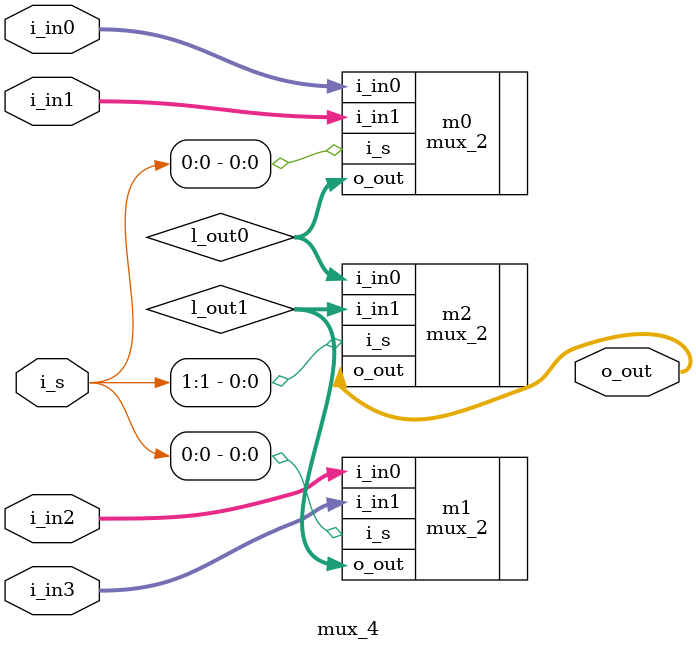
<source format=sv>
module mux_4 #(parameter N=64) ( input  logic [N-1:0] i_in0,
                                                      i_in1,
                                                      i_in2,
                                                      i_in3,
                                 input  logic [1:0]   i_s,
                                 output logic [N-1:0] o_out );
    logic [N-1:0] l_out0;
    logic [N-1:0] l_out1;

    mux_2 #(.N(N)) m0 ( .i_in0(i_in0), .i_in1(i_in1), .i_s(i_s[0]), .o_out(l_out0) );
    mux_2 #(.N(N)) m1 ( .i_in0(i_in2), .i_in1(i_in3), .i_s(i_s[0]), .o_out(l_out1) );

    mux_2 #(.N(N)) m2 ( .i_in0(l_out0), .i_in1(l_out1), .i_s(i_s[1]),.o_out(o_out) );
    
endmodule
</source>
